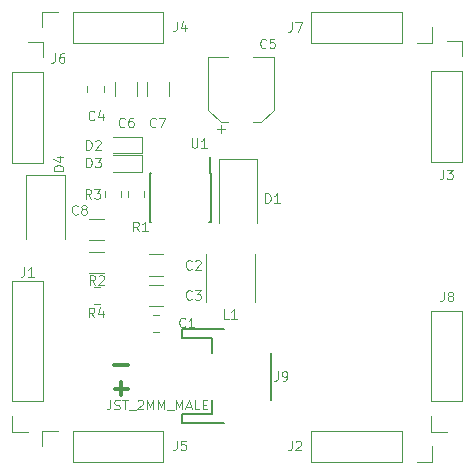
<source format=gto>
G04 #@! TF.GenerationSoftware,KiCad,Pcbnew,5.0.2-5.0.2*
G04 #@! TF.CreationDate,2019-03-07T18:12:43+01:00*
G04 #@! TF.ProjectId,battery-manager,62617474-6572-4792-9d6d-616e61676572,rev?*
G04 #@! TF.SameCoordinates,PX7270e00PY5f5e100*
G04 #@! TF.FileFunction,Legend,Top*
G04 #@! TF.FilePolarity,Positive*
%FSLAX46Y46*%
G04 Gerber Fmt 4.6, Leading zero omitted, Abs format (unit mm)*
G04 Created by KiCad (PCBNEW 5.0.2-5.0.2) date Do 07 Mär 2019 18:12:43 CET*
%MOMM*%
%LPD*%
G01*
G04 APERTURE LIST*
%ADD10C,0.300000*%
%ADD11C,0.120000*%
%ADD12C,0.203200*%
%ADD13C,0.150000*%
%ADD14C,0.100000*%
%ADD15R,1.902000X2.602000*%
%ADD16C,1.077000*%
%ADD17R,4.803140X1.201420*%
%ADD18R,3.601720X1.800860*%
%ADD19O,1.802000X1.802000*%
%ADD20R,1.802000X1.802000*%
%ADD21C,1.352000*%
%ADD22R,4.002000X1.302000*%
%ADD23C,0.952000*%
%ADD24C,1.702000*%
%ADD25R,2.452000X2.452000*%
%ADD26R,0.702000X1.652000*%
G04 APERTURE END LIST*
D10*
X8628571Y6142858D02*
X9771428Y6142858D01*
X9200000Y5571429D02*
X9200000Y6714286D01*
X8578571Y8142858D02*
X9721428Y8142858D01*
D11*
G04 #@! TO.C,D4*
X4450000Y24250000D02*
X1150000Y24250000D01*
X1150000Y24250000D02*
X1150000Y18850000D01*
X4450000Y24250000D02*
X4450000Y18850000D01*
G04 #@! TO.C,R4*
X6841422Y14760000D02*
X7358578Y14760000D01*
X6841422Y13340000D02*
X7358578Y13340000D01*
D12*
G04 #@! TO.C,J9*
X17874948Y11195902D02*
X14374828Y11195902D01*
X14374828Y11195902D02*
X14374828Y10395802D01*
X14374828Y10395802D02*
X16874188Y10395802D01*
X16874188Y10395802D02*
X16874188Y9196922D01*
X16874188Y5198962D02*
X16874188Y4000082D01*
X16874188Y4000082D02*
X14374828Y4000082D01*
X14374828Y4000082D02*
X14374828Y3199982D01*
X14374828Y3199982D02*
X17874948Y3199982D01*
X21872908Y5198962D02*
X21872908Y9196922D01*
D11*
G04 #@! TO.C,J8*
X36730000Y2480000D02*
X35400000Y2480000D01*
X35400000Y2480000D02*
X35400000Y3810000D01*
X35400000Y5080000D02*
X35400000Y12760000D01*
X38060000Y12760000D02*
X35400000Y12760000D01*
X38060000Y5080000D02*
X38060000Y12760000D01*
X38060000Y5080000D02*
X35400000Y5080000D01*
G04 #@! TO.C,J7*
X32920000Y38060000D02*
X32920000Y35400000D01*
X32920000Y38060000D02*
X25240000Y38060000D01*
X25240000Y38060000D02*
X25240000Y35400000D01*
X32920000Y35400000D02*
X25240000Y35400000D01*
X35520000Y35400000D02*
X34190000Y35400000D01*
X35520000Y36730000D02*
X35520000Y35400000D01*
G04 #@! TO.C,J2*
X32920000Y2600000D02*
X32920000Y-60000D01*
X32920000Y2600000D02*
X25240000Y2600000D01*
X25240000Y2600000D02*
X25240000Y-60000D01*
X32920000Y-60000D02*
X25240000Y-60000D01*
X35520000Y-60000D02*
X34190000Y-60000D01*
X35520000Y1270000D02*
X35520000Y-60000D01*
G04 #@! TO.C,J3*
X36730000Y35620000D02*
X38060000Y35620000D01*
X38060000Y35620000D02*
X38060000Y34290000D01*
X38060000Y33020000D02*
X38060000Y25340000D01*
X35400000Y25340000D02*
X38060000Y25340000D01*
X35400000Y33020000D02*
X35400000Y25340000D01*
X35400000Y33020000D02*
X38060000Y33020000D01*
G04 #@! TO.C,J5*
X5080000Y-60000D02*
X5080000Y2600000D01*
X5080000Y-60000D02*
X12760000Y-60000D01*
X12760000Y-60000D02*
X12760000Y2600000D01*
X5080000Y2600000D02*
X12760000Y2600000D01*
X2480000Y2600000D02*
X3810000Y2600000D01*
X2480000Y1270000D02*
X2480000Y2600000D01*
G04 #@! TO.C,J6*
X1270000Y35520000D02*
X2600000Y35520000D01*
X2600000Y35520000D02*
X2600000Y34190000D01*
X2600000Y32920000D02*
X2600000Y25240000D01*
X-60000Y25240000D02*
X2600000Y25240000D01*
X-60000Y32920000D02*
X-60000Y25240000D01*
X-60000Y32920000D02*
X2600000Y32920000D01*
G04 #@! TO.C,J4*
X5080000Y35400000D02*
X5080000Y38060000D01*
X5080000Y35400000D02*
X12760000Y35400000D01*
X12760000Y35400000D02*
X12760000Y38060000D01*
X5080000Y38060000D02*
X12760000Y38060000D01*
X2480000Y38060000D02*
X3810000Y38060000D01*
X2480000Y36730000D02*
X2480000Y38060000D01*
G04 #@! TO.C,C8*
X7686473Y20528714D02*
X6482345Y20528714D01*
X7686473Y18708714D02*
X6482345Y18708714D01*
G04 #@! TO.C,C7*
X13194409Y30916651D02*
X13194409Y32120779D01*
X11374409Y30916651D02*
X11374409Y32120779D01*
G04 #@! TO.C,C6*
X8674409Y30916650D02*
X8674409Y32120778D01*
X10494409Y30916650D02*
X10494409Y32120778D01*
G04 #@! TO.C,L1*
X20534409Y17518714D02*
X20534409Y13518714D01*
X16334409Y17518714D02*
X16334409Y13518714D01*
G04 #@! TO.C,D3*
X10969409Y25903715D02*
X8484409Y25903715D01*
X10969409Y24533715D02*
X10969409Y25903715D01*
X8484409Y24533715D02*
X10969409Y24533715D01*
G04 #@! TO.C,D2*
X8489408Y26078715D02*
X10974408Y26078715D01*
X10974408Y26078715D02*
X10974408Y27448715D01*
X10974408Y27448715D02*
X8489408Y27448715D01*
G04 #@! TO.C,R3*
X7774409Y22360136D02*
X7774409Y22877292D01*
X9194409Y22360136D02*
X9194409Y22877292D01*
G04 #@! TO.C,R2*
X7702064Y17760000D02*
X6497936Y17760000D01*
X7702064Y15940000D02*
X6497936Y15940000D01*
G04 #@! TO.C,C5*
X22083169Y34207942D02*
X20383169Y34207942D01*
X16563169Y34207942D02*
X18263169Y34207942D01*
X16563169Y29752379D02*
X16563169Y34207942D01*
X22083169Y29752379D02*
X22083169Y34207942D01*
X21018732Y28687942D02*
X20383169Y28687942D01*
X17627606Y28687942D02*
X18263169Y28687942D01*
X17627606Y28687942D02*
X16563169Y29752379D01*
X21018732Y28687942D02*
X22083169Y29752379D01*
X17638169Y27822942D02*
X17638169Y28447942D01*
X17325669Y28135442D02*
X17950669Y28135442D01*
G04 #@! TO.C,C4*
X6324409Y31260136D02*
X6324409Y31777292D01*
X7744409Y31260136D02*
X7744409Y31777292D01*
G04 #@! TO.C,C3*
X12709128Y14957942D02*
X11505000Y14957942D01*
X12709128Y13137942D02*
X11505000Y13137942D01*
G04 #@! TO.C,C2*
X12709128Y15716418D02*
X11505000Y15716418D01*
X12709128Y17536418D02*
X11505000Y17536418D01*
G04 #@! TO.C,R1*
X11144409Y22877291D02*
X11144409Y22360135D01*
X9724409Y22877291D02*
X9724409Y22360135D01*
G04 #@! TO.C,C1*
X12392987Y10937942D02*
X11875831Y10937942D01*
X12392987Y12357942D02*
X11875831Y12357942D01*
G04 #@! TO.C,J1*
X2600000Y5080000D02*
X-60000Y5080000D01*
X2600000Y5080000D02*
X2600000Y15300000D01*
X2600000Y15300000D02*
X-60000Y15300000D01*
X-60000Y5080000D02*
X-60000Y15300000D01*
X-60000Y2480000D02*
X-60000Y3810000D01*
X1270000Y2480000D02*
X-60000Y2480000D01*
G04 #@! TO.C,D1*
X20724930Y25616695D02*
X17424930Y25616695D01*
X17424930Y25616695D02*
X17424930Y20216695D01*
X20724930Y25616695D02*
X20724930Y20216695D01*
D13*
G04 #@! TO.C,U1*
X16699929Y24391695D02*
X16699929Y25791695D01*
X11599929Y24391695D02*
X11599929Y20241695D01*
X16749929Y24391695D02*
X16749929Y20241695D01*
X11599929Y24391695D02*
X11744929Y24391695D01*
X11599929Y20241695D02*
X11744929Y20241695D01*
X16749929Y20241695D02*
X16604929Y20241695D01*
X16749929Y24391695D02*
X16699929Y24391695D01*
G04 #@! TO.C,D4*
D14*
X4261904Y24609524D02*
X3461904Y24609524D01*
X3461904Y24800000D01*
X3500000Y24914286D01*
X3576190Y24990477D01*
X3652380Y25028572D01*
X3804761Y25066667D01*
X3919047Y25066667D01*
X4071428Y25028572D01*
X4147619Y24990477D01*
X4223809Y24914286D01*
X4261904Y24800000D01*
X4261904Y24609524D01*
X3728571Y25752381D02*
X4261904Y25752381D01*
X3423809Y25561905D02*
X3995238Y25371429D01*
X3995238Y25866667D01*
G04 #@! TO.C,R4*
X6916666Y12188096D02*
X6650000Y12569048D01*
X6459523Y12188096D02*
X6459523Y12988096D01*
X6764285Y12988096D01*
X6840476Y12950000D01*
X6878571Y12911905D01*
X6916666Y12835715D01*
X6916666Y12721429D01*
X6878571Y12645239D01*
X6840476Y12607143D01*
X6764285Y12569048D01*
X6459523Y12569048D01*
X7602380Y12721429D02*
X7602380Y12188096D01*
X7411904Y13026191D02*
X7221428Y12454762D01*
X7716666Y12454762D01*
G04 #@! TO.C,J9*
D11*
X22456501Y7636038D02*
X22456501Y7064609D01*
X22418406Y6950323D01*
X22342215Y6874133D01*
X22227929Y6836038D01*
X22151739Y6836038D01*
X22875548Y6836038D02*
X23027929Y6836038D01*
X23104120Y6874133D01*
X23142215Y6912228D01*
X23218406Y7026514D01*
X23256501Y7178895D01*
X23256501Y7483657D01*
X23218406Y7559847D01*
X23180310Y7597942D01*
X23104120Y7636038D01*
X22951739Y7636038D01*
X22875548Y7597942D01*
X22837453Y7559847D01*
X22799358Y7483657D01*
X22799358Y7293181D01*
X22837453Y7216990D01*
X22875548Y7178895D01*
X22951739Y7140800D01*
X23104120Y7140800D01*
X23180310Y7178895D01*
X23218406Y7216990D01*
X23256501Y7293181D01*
X8261263Y5186038D02*
X8261263Y4614609D01*
X8223168Y4500323D01*
X8146977Y4424133D01*
X8032691Y4386038D01*
X7956501Y4386038D01*
X8604120Y4424133D02*
X8718406Y4386038D01*
X8908882Y4386038D01*
X8985072Y4424133D01*
X9023168Y4462228D01*
X9061263Y4538419D01*
X9061263Y4614609D01*
X9023168Y4690800D01*
X8985072Y4728895D01*
X8908882Y4766990D01*
X8756501Y4805085D01*
X8680310Y4843181D01*
X8642215Y4881276D01*
X8604120Y4957466D01*
X8604120Y5033657D01*
X8642215Y5109847D01*
X8680310Y5147942D01*
X8756501Y5186038D01*
X8946977Y5186038D01*
X9061263Y5147942D01*
X9289834Y5186038D02*
X9746977Y5186038D01*
X9518406Y4386038D02*
X9518406Y5186038D01*
X9823168Y4309847D02*
X10432691Y4309847D01*
X10585072Y5109847D02*
X10623168Y5147942D01*
X10699358Y5186038D01*
X10889834Y5186038D01*
X10966025Y5147942D01*
X11004120Y5109847D01*
X11042215Y5033657D01*
X11042215Y4957466D01*
X11004120Y4843181D01*
X10546977Y4386038D01*
X11042215Y4386038D01*
X11385072Y4386038D02*
X11385072Y5186038D01*
X11651739Y4614609D01*
X11918406Y5186038D01*
X11918406Y4386038D01*
X12299358Y4386038D02*
X12299358Y5186038D01*
X12566025Y4614609D01*
X12832691Y5186038D01*
X12832691Y4386038D01*
X13023168Y4309847D02*
X13632691Y4309847D01*
X13823168Y4386038D02*
X13823168Y5186038D01*
X14089834Y4614609D01*
X14356501Y5186038D01*
X14356501Y4386038D01*
X14699358Y4614609D02*
X15080310Y4614609D01*
X14623168Y4386038D02*
X14889834Y5186038D01*
X15156501Y4386038D01*
X15804120Y4386038D02*
X15423168Y4386038D01*
X15423168Y5186038D01*
X16070787Y4805085D02*
X16337453Y4805085D01*
X16451739Y4386038D02*
X16070787Y4386038D01*
X16070787Y5186038D01*
X16451739Y5186038D01*
G04 #@! TO.C,J8*
X36483333Y14338096D02*
X36483333Y13766667D01*
X36445238Y13652381D01*
X36369047Y13576191D01*
X36254761Y13538096D01*
X36178571Y13538096D01*
X36978571Y13995239D02*
X36902380Y14033334D01*
X36864285Y14071429D01*
X36826190Y14147620D01*
X36826190Y14185715D01*
X36864285Y14261905D01*
X36902380Y14300000D01*
X36978571Y14338096D01*
X37130952Y14338096D01*
X37207142Y14300000D01*
X37245238Y14261905D01*
X37283333Y14185715D01*
X37283333Y14147620D01*
X37245238Y14071429D01*
X37207142Y14033334D01*
X37130952Y13995239D01*
X36978571Y13995239D01*
X36902380Y13957143D01*
X36864285Y13919048D01*
X36826190Y13842858D01*
X36826190Y13690477D01*
X36864285Y13614286D01*
X36902380Y13576191D01*
X36978571Y13538096D01*
X37130952Y13538096D01*
X37207142Y13576191D01*
X37245238Y13614286D01*
X37283333Y13690477D01*
X37283333Y13842858D01*
X37245238Y13919048D01*
X37207142Y13957143D01*
X37130952Y13995239D01*
G04 #@! TO.C,J7*
X23633333Y37168096D02*
X23633333Y36596667D01*
X23595238Y36482381D01*
X23519047Y36406191D01*
X23404761Y36368096D01*
X23328571Y36368096D01*
X23938095Y37168096D02*
X24471428Y37168096D01*
X24128571Y36368096D01*
G04 #@! TO.C,J2*
X23633333Y1728096D02*
X23633333Y1156667D01*
X23595238Y1042381D01*
X23519047Y966191D01*
X23404761Y928096D01*
X23328571Y928096D01*
X23976190Y1651905D02*
X24014285Y1690000D01*
X24090476Y1728096D01*
X24280952Y1728096D01*
X24357142Y1690000D01*
X24395238Y1651905D01*
X24433333Y1575715D01*
X24433333Y1499524D01*
X24395238Y1385239D01*
X23938095Y928096D01*
X24433333Y928096D01*
G04 #@! TO.C,J3*
X36443333Y24688096D02*
X36443333Y24116667D01*
X36405238Y24002381D01*
X36329047Y23926191D01*
X36214761Y23888096D01*
X36138571Y23888096D01*
X36748095Y24688096D02*
X37243333Y24688096D01*
X36976666Y24383334D01*
X37090952Y24383334D01*
X37167142Y24345239D01*
X37205238Y24307143D01*
X37243333Y24230953D01*
X37243333Y24040477D01*
X37205238Y23964286D01*
X37167142Y23926191D01*
X37090952Y23888096D01*
X36862380Y23888096D01*
X36786190Y23926191D01*
X36748095Y23964286D01*
G04 #@! TO.C,J5*
X13883333Y1728096D02*
X13883333Y1156667D01*
X13845238Y1042381D01*
X13769047Y966191D01*
X13654761Y928096D01*
X13578571Y928096D01*
X14645238Y1728096D02*
X14264285Y1728096D01*
X14226190Y1347143D01*
X14264285Y1385239D01*
X14340476Y1423334D01*
X14530952Y1423334D01*
X14607142Y1385239D01*
X14645238Y1347143D01*
X14683333Y1270953D01*
X14683333Y1080477D01*
X14645238Y1004286D01*
X14607142Y966191D01*
X14530952Y928096D01*
X14340476Y928096D01*
X14264285Y966191D01*
X14226190Y1004286D01*
G04 #@! TO.C,J6*
X3583333Y34538096D02*
X3583333Y33966667D01*
X3545238Y33852381D01*
X3469047Y33776191D01*
X3354761Y33738096D01*
X3278571Y33738096D01*
X4307142Y34538096D02*
X4154761Y34538096D01*
X4078571Y34500000D01*
X4040476Y34461905D01*
X3964285Y34347620D01*
X3926190Y34195239D01*
X3926190Y33890477D01*
X3964285Y33814286D01*
X4002380Y33776191D01*
X4078571Y33738096D01*
X4230952Y33738096D01*
X4307142Y33776191D01*
X4345238Y33814286D01*
X4383333Y33890477D01*
X4383333Y34080953D01*
X4345238Y34157143D01*
X4307142Y34195239D01*
X4230952Y34233334D01*
X4078571Y34233334D01*
X4002380Y34195239D01*
X3964285Y34157143D01*
X3926190Y34080953D01*
G04 #@! TO.C,J4*
X13883333Y37198096D02*
X13883333Y36626667D01*
X13845238Y36512381D01*
X13769047Y36436191D01*
X13654761Y36398096D01*
X13578571Y36398096D01*
X14607142Y36931429D02*
X14607142Y36398096D01*
X14416666Y37236191D02*
X14226190Y36664762D01*
X14721428Y36664762D01*
G04 #@! TO.C,C8*
X5516666Y20964286D02*
X5478571Y20926191D01*
X5364285Y20888096D01*
X5288095Y20888096D01*
X5173809Y20926191D01*
X5097619Y21002381D01*
X5059523Y21078572D01*
X5021428Y21230953D01*
X5021428Y21345239D01*
X5059523Y21497620D01*
X5097619Y21573810D01*
X5173809Y21650000D01*
X5288095Y21688096D01*
X5364285Y21688096D01*
X5478571Y21650000D01*
X5516666Y21611905D01*
X5973809Y21345239D02*
X5897619Y21383334D01*
X5859523Y21421429D01*
X5821428Y21497620D01*
X5821428Y21535715D01*
X5859523Y21611905D01*
X5897619Y21650000D01*
X5973809Y21688096D01*
X6126190Y21688096D01*
X6202380Y21650000D01*
X6240476Y21611905D01*
X6278571Y21535715D01*
X6278571Y21497620D01*
X6240476Y21421429D01*
X6202380Y21383334D01*
X6126190Y21345239D01*
X5973809Y21345239D01*
X5897619Y21307143D01*
X5859523Y21269048D01*
X5821428Y21192858D01*
X5821428Y21040477D01*
X5859523Y20964286D01*
X5897619Y20926191D01*
X5973809Y20888096D01*
X6126190Y20888096D01*
X6202380Y20926191D01*
X6240476Y20964286D01*
X6278571Y21040477D01*
X6278571Y21192858D01*
X6240476Y21269048D01*
X6202380Y21307143D01*
X6126190Y21345239D01*
G04 #@! TO.C,C7*
X12116666Y28364286D02*
X12078571Y28326191D01*
X11964285Y28288096D01*
X11888095Y28288096D01*
X11773809Y28326191D01*
X11697619Y28402381D01*
X11659523Y28478572D01*
X11621428Y28630953D01*
X11621428Y28745239D01*
X11659523Y28897620D01*
X11697619Y28973810D01*
X11773809Y29050000D01*
X11888095Y29088096D01*
X11964285Y29088096D01*
X12078571Y29050000D01*
X12116666Y29011905D01*
X12383333Y29088096D02*
X12916666Y29088096D01*
X12573809Y28288096D01*
G04 #@! TO.C,C6*
X9466666Y28364286D02*
X9428571Y28326191D01*
X9314285Y28288096D01*
X9238095Y28288096D01*
X9123809Y28326191D01*
X9047619Y28402381D01*
X9009523Y28478572D01*
X8971428Y28630953D01*
X8971428Y28745239D01*
X9009523Y28897620D01*
X9047619Y28973810D01*
X9123809Y29050000D01*
X9238095Y29088096D01*
X9314285Y29088096D01*
X9428571Y29050000D01*
X9466666Y29011905D01*
X10152380Y29088096D02*
X10000000Y29088096D01*
X9923809Y29050000D01*
X9885714Y29011905D01*
X9809523Y28897620D01*
X9771428Y28745239D01*
X9771428Y28440477D01*
X9809523Y28364286D01*
X9847619Y28326191D01*
X9923809Y28288096D01*
X10076190Y28288096D01*
X10152380Y28326191D01*
X10190476Y28364286D01*
X10228571Y28440477D01*
X10228571Y28630953D01*
X10190476Y28707143D01*
X10152380Y28745239D01*
X10076190Y28783334D01*
X9923809Y28783334D01*
X9847619Y28745239D01*
X9809523Y28707143D01*
X9771428Y28630953D01*
G04 #@! TO.C,L1*
X18289835Y12086038D02*
X17908883Y12086038D01*
X17908883Y12886038D01*
X18975549Y12086038D02*
X18518407Y12086038D01*
X18746978Y12086038D02*
X18746978Y12886038D01*
X18670788Y12771752D01*
X18594597Y12695562D01*
X18518407Y12657466D01*
G04 #@! TO.C,D3*
X6232692Y24886039D02*
X6232692Y25686039D01*
X6423169Y25686039D01*
X6537454Y25647943D01*
X6613645Y25571753D01*
X6651740Y25495563D01*
X6689835Y25343182D01*
X6689835Y25228896D01*
X6651740Y25076515D01*
X6613645Y25000324D01*
X6537454Y24924134D01*
X6423169Y24886039D01*
X6232692Y24886039D01*
X6956502Y25686039D02*
X7451740Y25686039D01*
X7185073Y25381277D01*
X7299359Y25381277D01*
X7375549Y25343182D01*
X7413645Y25305086D01*
X7451740Y25228896D01*
X7451740Y25038420D01*
X7413645Y24962229D01*
X7375549Y24924134D01*
X7299359Y24886039D01*
X7070788Y24886039D01*
X6994597Y24924134D01*
X6956502Y24962229D01*
G04 #@! TO.C,D2*
X6232692Y26386038D02*
X6232692Y27186038D01*
X6423169Y27186038D01*
X6537454Y27147942D01*
X6613645Y27071752D01*
X6651740Y26995562D01*
X6689835Y26843181D01*
X6689835Y26728895D01*
X6651740Y26576514D01*
X6613645Y26500323D01*
X6537454Y26424133D01*
X6423169Y26386038D01*
X6232692Y26386038D01*
X6994597Y27109847D02*
X7032692Y27147942D01*
X7108883Y27186038D01*
X7299359Y27186038D01*
X7375549Y27147942D01*
X7413645Y27109847D01*
X7451740Y27033657D01*
X7451740Y26957466D01*
X7413645Y26843181D01*
X6956502Y26386038D01*
X7451740Y26386038D01*
G04 #@! TO.C,R3*
X6639835Y22236038D02*
X6373169Y22616990D01*
X6182692Y22236038D02*
X6182692Y23036038D01*
X6487454Y23036038D01*
X6563645Y22997942D01*
X6601740Y22959847D01*
X6639835Y22883657D01*
X6639835Y22769371D01*
X6601740Y22693181D01*
X6563645Y22655085D01*
X6487454Y22616990D01*
X6182692Y22616990D01*
X6906502Y23036038D02*
X7401740Y23036038D01*
X7135073Y22731276D01*
X7249359Y22731276D01*
X7325549Y22693181D01*
X7363645Y22655085D01*
X7401740Y22578895D01*
X7401740Y22388419D01*
X7363645Y22312228D01*
X7325549Y22274133D01*
X7249359Y22236038D01*
X7020788Y22236038D01*
X6944597Y22274133D01*
X6906502Y22312228D01*
G04 #@! TO.C,R2*
D14*
X6966666Y14938096D02*
X6700000Y15319048D01*
X6509523Y14938096D02*
X6509523Y15738096D01*
X6814285Y15738096D01*
X6890476Y15700000D01*
X6928571Y15661905D01*
X6966666Y15585715D01*
X6966666Y15471429D01*
X6928571Y15395239D01*
X6890476Y15357143D01*
X6814285Y15319048D01*
X6509523Y15319048D01*
X7271428Y15661905D02*
X7309523Y15700000D01*
X7385714Y15738096D01*
X7576190Y15738096D01*
X7652380Y15700000D01*
X7690476Y15661905D01*
X7728571Y15585715D01*
X7728571Y15509524D01*
X7690476Y15395239D01*
X7233333Y14938096D01*
X7728571Y14938096D01*
G04 #@! TO.C,C5*
D11*
X21439835Y35062228D02*
X21401740Y35024133D01*
X21287454Y34986038D01*
X21211264Y34986038D01*
X21096978Y35024133D01*
X21020788Y35100323D01*
X20982692Y35176514D01*
X20944597Y35328895D01*
X20944597Y35443181D01*
X20982692Y35595562D01*
X21020788Y35671752D01*
X21096978Y35747942D01*
X21211264Y35786038D01*
X21287454Y35786038D01*
X21401740Y35747942D01*
X21439835Y35709847D01*
X22163645Y35786038D02*
X21782692Y35786038D01*
X21744597Y35405085D01*
X21782692Y35443181D01*
X21858883Y35481276D01*
X22049359Y35481276D01*
X22125549Y35443181D01*
X22163645Y35405085D01*
X22201740Y35328895D01*
X22201740Y35138419D01*
X22163645Y35062228D01*
X22125549Y35024133D01*
X22049359Y34986038D01*
X21858883Y34986038D01*
X21782692Y35024133D01*
X21744597Y35062228D01*
G04 #@! TO.C,C4*
X6916666Y28964286D02*
X6878571Y28926191D01*
X6764285Y28888096D01*
X6688095Y28888096D01*
X6573809Y28926191D01*
X6497619Y29002381D01*
X6459523Y29078572D01*
X6421428Y29230953D01*
X6421428Y29345239D01*
X6459523Y29497620D01*
X6497619Y29573810D01*
X6573809Y29650000D01*
X6688095Y29688096D01*
X6764285Y29688096D01*
X6878571Y29650000D01*
X6916666Y29611905D01*
X7602380Y29421429D02*
X7602380Y28888096D01*
X7411904Y29726191D02*
X7221428Y29154762D01*
X7716666Y29154762D01*
G04 #@! TO.C,C3*
X15139835Y13762228D02*
X15101740Y13724133D01*
X14987454Y13686038D01*
X14911264Y13686038D01*
X14796978Y13724133D01*
X14720788Y13800323D01*
X14682692Y13876514D01*
X14644597Y14028895D01*
X14644597Y14143181D01*
X14682692Y14295562D01*
X14720788Y14371752D01*
X14796978Y14447942D01*
X14911264Y14486038D01*
X14987454Y14486038D01*
X15101740Y14447942D01*
X15139835Y14409847D01*
X15406502Y14486038D02*
X15901740Y14486038D01*
X15635073Y14181276D01*
X15749359Y14181276D01*
X15825549Y14143181D01*
X15863645Y14105085D01*
X15901740Y14028895D01*
X15901740Y13838419D01*
X15863645Y13762228D01*
X15825549Y13724133D01*
X15749359Y13686038D01*
X15520788Y13686038D01*
X15444597Y13724133D01*
X15406502Y13762228D01*
G04 #@! TO.C,C2*
X15139835Y16312228D02*
X15101740Y16274133D01*
X14987454Y16236038D01*
X14911264Y16236038D01*
X14796978Y16274133D01*
X14720788Y16350323D01*
X14682692Y16426514D01*
X14644597Y16578895D01*
X14644597Y16693181D01*
X14682692Y16845562D01*
X14720788Y16921752D01*
X14796978Y16997942D01*
X14911264Y17036038D01*
X14987454Y17036038D01*
X15101740Y16997942D01*
X15139835Y16959847D01*
X15444597Y16959847D02*
X15482692Y16997942D01*
X15558883Y17036038D01*
X15749359Y17036038D01*
X15825549Y16997942D01*
X15863645Y16959847D01*
X15901740Y16883657D01*
X15901740Y16807466D01*
X15863645Y16693181D01*
X15406502Y16236038D01*
X15901740Y16236038D01*
G04 #@! TO.C,R1*
X10666666Y19488096D02*
X10400000Y19869048D01*
X10209523Y19488096D02*
X10209523Y20288096D01*
X10514285Y20288096D01*
X10590476Y20250000D01*
X10628571Y20211905D01*
X10666666Y20135715D01*
X10666666Y20021429D01*
X10628571Y19945239D01*
X10590476Y19907143D01*
X10514285Y19869048D01*
X10209523Y19869048D01*
X11428571Y19488096D02*
X10971428Y19488096D01*
X11200000Y19488096D02*
X11200000Y20288096D01*
X11123809Y20173810D01*
X11047619Y20097620D01*
X10971428Y20059524D01*
G04 #@! TO.C,C1*
X14589835Y11412228D02*
X14551740Y11374133D01*
X14437454Y11336038D01*
X14361264Y11336038D01*
X14246978Y11374133D01*
X14170788Y11450323D01*
X14132692Y11526514D01*
X14094597Y11678895D01*
X14094597Y11793181D01*
X14132692Y11945562D01*
X14170788Y12021752D01*
X14246978Y12097942D01*
X14361264Y12136038D01*
X14437454Y12136038D01*
X14551740Y12097942D01*
X14589835Y12059847D01*
X15351740Y11336038D02*
X14894597Y11336038D01*
X15123169Y11336038D02*
X15123169Y12136038D01*
X15046978Y12021752D01*
X14970788Y11945562D01*
X14894597Y11907466D01*
G04 #@! TO.C,J1*
X983333Y16438096D02*
X983333Y15866667D01*
X945238Y15752381D01*
X869047Y15676191D01*
X754761Y15638096D01*
X678571Y15638096D01*
X1783333Y15638096D02*
X1326190Y15638096D01*
X1554761Y15638096D02*
X1554761Y16438096D01*
X1478571Y16323810D01*
X1402380Y16247620D01*
X1326190Y16209524D01*
G04 #@! TO.C,D1*
X21382692Y21886038D02*
X21382692Y22686038D01*
X21573169Y22686038D01*
X21687454Y22647942D01*
X21763645Y22571752D01*
X21801740Y22495562D01*
X21839835Y22343181D01*
X21839835Y22228895D01*
X21801740Y22076514D01*
X21763645Y22000323D01*
X21687454Y21924133D01*
X21573169Y21886038D01*
X21382692Y21886038D01*
X22601740Y21886038D02*
X22144597Y21886038D01*
X22373169Y21886038D02*
X22373169Y22686038D01*
X22296978Y22571752D01*
X22220788Y22495562D01*
X22144597Y22457466D01*
G04 #@! TO.C,U1*
X15163645Y27336038D02*
X15163645Y26688419D01*
X15201740Y26612228D01*
X15239835Y26574133D01*
X15316026Y26536038D01*
X15468407Y26536038D01*
X15544597Y26574133D01*
X15582692Y26612228D01*
X15620788Y26688419D01*
X15620788Y27336038D01*
X16420788Y26536038D02*
X15963645Y26536038D01*
X16192216Y26536038D02*
X16192216Y27336038D01*
X16116026Y27221752D01*
X16039835Y27145562D01*
X15963645Y27107466D01*
G04 #@! TD*
%LPC*%
D15*
G04 #@! TO.C,D4*
X2800000Y22850000D03*
X2800000Y18850000D03*
G04 #@! TD*
D14*
G04 #@! TO.C,R4*
G36*
X6458141Y14799703D02*
X6484278Y14795826D01*
X6509909Y14789406D01*
X6534788Y14780505D01*
X6558674Y14769207D01*
X6581337Y14755623D01*
X6602560Y14739883D01*
X6622139Y14722139D01*
X6639883Y14702560D01*
X6655623Y14681337D01*
X6669207Y14658674D01*
X6680505Y14634788D01*
X6689406Y14609909D01*
X6695826Y14584278D01*
X6699703Y14558141D01*
X6701000Y14531750D01*
X6701000Y13568250D01*
X6699703Y13541859D01*
X6695826Y13515722D01*
X6689406Y13490091D01*
X6680505Y13465212D01*
X6669207Y13441326D01*
X6655623Y13418663D01*
X6639883Y13397440D01*
X6622139Y13377861D01*
X6602560Y13360117D01*
X6581337Y13344377D01*
X6558674Y13330793D01*
X6534788Y13319495D01*
X6509909Y13310594D01*
X6484278Y13304174D01*
X6458141Y13300297D01*
X6431750Y13299000D01*
X5893250Y13299000D01*
X5866859Y13300297D01*
X5840722Y13304174D01*
X5815091Y13310594D01*
X5790212Y13319495D01*
X5766326Y13330793D01*
X5743663Y13344377D01*
X5722440Y13360117D01*
X5702861Y13377861D01*
X5685117Y13397440D01*
X5669377Y13418663D01*
X5655793Y13441326D01*
X5644495Y13465212D01*
X5635594Y13490091D01*
X5629174Y13515722D01*
X5625297Y13541859D01*
X5624000Y13568250D01*
X5624000Y14531750D01*
X5625297Y14558141D01*
X5629174Y14584278D01*
X5635594Y14609909D01*
X5644495Y14634788D01*
X5655793Y14658674D01*
X5669377Y14681337D01*
X5685117Y14702560D01*
X5702861Y14722139D01*
X5722440Y14739883D01*
X5743663Y14755623D01*
X5766326Y14769207D01*
X5790212Y14780505D01*
X5815091Y14789406D01*
X5840722Y14795826D01*
X5866859Y14799703D01*
X5893250Y14801000D01*
X6431750Y14801000D01*
X6458141Y14799703D01*
X6458141Y14799703D01*
G37*
D16*
X6162500Y14050000D03*
D14*
G36*
X8333141Y14799703D02*
X8359278Y14795826D01*
X8384909Y14789406D01*
X8409788Y14780505D01*
X8433674Y14769207D01*
X8456337Y14755623D01*
X8477560Y14739883D01*
X8497139Y14722139D01*
X8514883Y14702560D01*
X8530623Y14681337D01*
X8544207Y14658674D01*
X8555505Y14634788D01*
X8564406Y14609909D01*
X8570826Y14584278D01*
X8574703Y14558141D01*
X8576000Y14531750D01*
X8576000Y13568250D01*
X8574703Y13541859D01*
X8570826Y13515722D01*
X8564406Y13490091D01*
X8555505Y13465212D01*
X8544207Y13441326D01*
X8530623Y13418663D01*
X8514883Y13397440D01*
X8497139Y13377861D01*
X8477560Y13360117D01*
X8456337Y13344377D01*
X8433674Y13330793D01*
X8409788Y13319495D01*
X8384909Y13310594D01*
X8359278Y13304174D01*
X8333141Y13300297D01*
X8306750Y13299000D01*
X7768250Y13299000D01*
X7741859Y13300297D01*
X7715722Y13304174D01*
X7690091Y13310594D01*
X7665212Y13319495D01*
X7641326Y13330793D01*
X7618663Y13344377D01*
X7597440Y13360117D01*
X7577861Y13377861D01*
X7560117Y13397440D01*
X7544377Y13418663D01*
X7530793Y13441326D01*
X7519495Y13465212D01*
X7510594Y13490091D01*
X7504174Y13515722D01*
X7500297Y13541859D01*
X7499000Y13568250D01*
X7499000Y14531750D01*
X7500297Y14558141D01*
X7504174Y14584278D01*
X7510594Y14609909D01*
X7519495Y14634788D01*
X7530793Y14658674D01*
X7544377Y14681337D01*
X7560117Y14702560D01*
X7577861Y14722139D01*
X7597440Y14739883D01*
X7618663Y14755623D01*
X7641326Y14769207D01*
X7665212Y14780505D01*
X7690091Y14789406D01*
X7715722Y14795826D01*
X7741859Y14799703D01*
X7768250Y14801000D01*
X8306750Y14801000D01*
X8333141Y14799703D01*
X8333141Y14799703D01*
G37*
D16*
X8037500Y14050000D03*
G04 #@! TD*
D17*
G04 #@! TO.C,J9*
X15174928Y8196162D03*
X15174928Y6199722D03*
D18*
X20371768Y10596462D03*
X20371768Y3799422D03*
G04 #@! TD*
D19*
G04 #@! TO.C,J8*
X36730000Y11430000D03*
X36730000Y8890000D03*
X36730000Y6350000D03*
D20*
X36730000Y3810000D03*
G04 #@! TD*
G04 #@! TO.C,J7*
X34190000Y36730000D03*
D19*
X31650000Y36730000D03*
X29110000Y36730000D03*
X26570000Y36730000D03*
G04 #@! TD*
D20*
G04 #@! TO.C,J2*
X34190000Y1270000D03*
D19*
X31650000Y1270000D03*
X29110000Y1270000D03*
X26570000Y1270000D03*
G04 #@! TD*
G04 #@! TO.C,J3*
X36730000Y26670000D03*
X36730000Y29210000D03*
X36730000Y31750000D03*
D20*
X36730000Y34290000D03*
G04 #@! TD*
G04 #@! TO.C,J5*
X3810000Y1270000D03*
D19*
X6350000Y1270000D03*
X8890000Y1270000D03*
X11430000Y1270000D03*
G04 #@! TD*
G04 #@! TO.C,J6*
X1270000Y26570000D03*
X1270000Y29110000D03*
X1270000Y31650000D03*
D20*
X1270000Y34190000D03*
G04 #@! TD*
G04 #@! TO.C,J4*
X3810000Y36730000D03*
D19*
X6350000Y36730000D03*
X8890000Y36730000D03*
X11430000Y36730000D03*
G04 #@! TD*
D14*
G04 #@! TO.C,C8*
G36*
X6116513Y20543412D02*
X6142761Y20539518D01*
X6168502Y20533071D01*
X6193487Y20524131D01*
X6217475Y20512786D01*
X6240235Y20499143D01*
X6261549Y20483336D01*
X6281211Y20465516D01*
X6299031Y20445854D01*
X6314838Y20424540D01*
X6328481Y20401780D01*
X6339826Y20377792D01*
X6348766Y20352807D01*
X6355213Y20327066D01*
X6359107Y20300818D01*
X6360409Y20274314D01*
X6360409Y18963114D01*
X6359107Y18936610D01*
X6355213Y18910362D01*
X6348766Y18884621D01*
X6339826Y18859636D01*
X6328481Y18835648D01*
X6314838Y18812888D01*
X6299031Y18791574D01*
X6281211Y18771912D01*
X6261549Y18754092D01*
X6240235Y18738285D01*
X6217475Y18724642D01*
X6193487Y18713297D01*
X6168502Y18704357D01*
X6142761Y18697910D01*
X6116513Y18694016D01*
X6090009Y18692714D01*
X5278809Y18692714D01*
X5252305Y18694016D01*
X5226057Y18697910D01*
X5200316Y18704357D01*
X5175331Y18713297D01*
X5151343Y18724642D01*
X5128583Y18738285D01*
X5107269Y18754092D01*
X5087607Y18771912D01*
X5069787Y18791574D01*
X5053980Y18812888D01*
X5040337Y18835648D01*
X5028992Y18859636D01*
X5020052Y18884621D01*
X5013605Y18910362D01*
X5009711Y18936610D01*
X5008409Y18963114D01*
X5008409Y20274314D01*
X5009711Y20300818D01*
X5013605Y20327066D01*
X5020052Y20352807D01*
X5028992Y20377792D01*
X5040337Y20401780D01*
X5053980Y20424540D01*
X5069787Y20445854D01*
X5087607Y20465516D01*
X5107269Y20483336D01*
X5128583Y20499143D01*
X5151343Y20512786D01*
X5175331Y20524131D01*
X5200316Y20533071D01*
X5226057Y20539518D01*
X5252305Y20543412D01*
X5278809Y20544714D01*
X6090009Y20544714D01*
X6116513Y20543412D01*
X6116513Y20543412D01*
G37*
D21*
X5684409Y19618714D03*
D14*
G36*
X8916513Y20543412D02*
X8942761Y20539518D01*
X8968502Y20533071D01*
X8993487Y20524131D01*
X9017475Y20512786D01*
X9040235Y20499143D01*
X9061549Y20483336D01*
X9081211Y20465516D01*
X9099031Y20445854D01*
X9114838Y20424540D01*
X9128481Y20401780D01*
X9139826Y20377792D01*
X9148766Y20352807D01*
X9155213Y20327066D01*
X9159107Y20300818D01*
X9160409Y20274314D01*
X9160409Y18963114D01*
X9159107Y18936610D01*
X9155213Y18910362D01*
X9148766Y18884621D01*
X9139826Y18859636D01*
X9128481Y18835648D01*
X9114838Y18812888D01*
X9099031Y18791574D01*
X9081211Y18771912D01*
X9061549Y18754092D01*
X9040235Y18738285D01*
X9017475Y18724642D01*
X8993487Y18713297D01*
X8968502Y18704357D01*
X8942761Y18697910D01*
X8916513Y18694016D01*
X8890009Y18692714D01*
X8078809Y18692714D01*
X8052305Y18694016D01*
X8026057Y18697910D01*
X8000316Y18704357D01*
X7975331Y18713297D01*
X7951343Y18724642D01*
X7928583Y18738285D01*
X7907269Y18754092D01*
X7887607Y18771912D01*
X7869787Y18791574D01*
X7853980Y18812888D01*
X7840337Y18835648D01*
X7828992Y18859636D01*
X7820052Y18884621D01*
X7813605Y18910362D01*
X7809711Y18936610D01*
X7808409Y18963114D01*
X7808409Y20274314D01*
X7809711Y20300818D01*
X7813605Y20327066D01*
X7820052Y20352807D01*
X7828992Y20377792D01*
X7840337Y20401780D01*
X7853980Y20424540D01*
X7869787Y20445854D01*
X7887607Y20465516D01*
X7907269Y20483336D01*
X7928583Y20499143D01*
X7951343Y20512786D01*
X7975331Y20524131D01*
X8000316Y20533071D01*
X8026057Y20539518D01*
X8052305Y20543412D01*
X8078809Y20544714D01*
X8890009Y20544714D01*
X8916513Y20543412D01*
X8916513Y20543412D01*
G37*
D21*
X8484409Y19618714D03*
G04 #@! TD*
D14*
G04 #@! TO.C,C7*
G36*
X12966513Y33593413D02*
X12992761Y33589519D01*
X13018502Y33583072D01*
X13043487Y33574132D01*
X13067475Y33562787D01*
X13090235Y33549144D01*
X13111549Y33533337D01*
X13131211Y33515517D01*
X13149031Y33495855D01*
X13164838Y33474541D01*
X13178481Y33451781D01*
X13189826Y33427793D01*
X13198766Y33402808D01*
X13205213Y33377067D01*
X13209107Y33350819D01*
X13210409Y33324315D01*
X13210409Y32513115D01*
X13209107Y32486611D01*
X13205213Y32460363D01*
X13198766Y32434622D01*
X13189826Y32409637D01*
X13178481Y32385649D01*
X13164838Y32362889D01*
X13149031Y32341575D01*
X13131211Y32321913D01*
X13111549Y32304093D01*
X13090235Y32288286D01*
X13067475Y32274643D01*
X13043487Y32263298D01*
X13018502Y32254358D01*
X12992761Y32247911D01*
X12966513Y32244017D01*
X12940009Y32242715D01*
X11628809Y32242715D01*
X11602305Y32244017D01*
X11576057Y32247911D01*
X11550316Y32254358D01*
X11525331Y32263298D01*
X11501343Y32274643D01*
X11478583Y32288286D01*
X11457269Y32304093D01*
X11437607Y32321913D01*
X11419787Y32341575D01*
X11403980Y32362889D01*
X11390337Y32385649D01*
X11378992Y32409637D01*
X11370052Y32434622D01*
X11363605Y32460363D01*
X11359711Y32486611D01*
X11358409Y32513115D01*
X11358409Y33324315D01*
X11359711Y33350819D01*
X11363605Y33377067D01*
X11370052Y33402808D01*
X11378992Y33427793D01*
X11390337Y33451781D01*
X11403980Y33474541D01*
X11419787Y33495855D01*
X11437607Y33515517D01*
X11457269Y33533337D01*
X11478583Y33549144D01*
X11501343Y33562787D01*
X11525331Y33574132D01*
X11550316Y33583072D01*
X11576057Y33589519D01*
X11602305Y33593413D01*
X11628809Y33594715D01*
X12940009Y33594715D01*
X12966513Y33593413D01*
X12966513Y33593413D01*
G37*
D21*
X12284409Y32918715D03*
D14*
G36*
X12966513Y30793413D02*
X12992761Y30789519D01*
X13018502Y30783072D01*
X13043487Y30774132D01*
X13067475Y30762787D01*
X13090235Y30749144D01*
X13111549Y30733337D01*
X13131211Y30715517D01*
X13149031Y30695855D01*
X13164838Y30674541D01*
X13178481Y30651781D01*
X13189826Y30627793D01*
X13198766Y30602808D01*
X13205213Y30577067D01*
X13209107Y30550819D01*
X13210409Y30524315D01*
X13210409Y29713115D01*
X13209107Y29686611D01*
X13205213Y29660363D01*
X13198766Y29634622D01*
X13189826Y29609637D01*
X13178481Y29585649D01*
X13164838Y29562889D01*
X13149031Y29541575D01*
X13131211Y29521913D01*
X13111549Y29504093D01*
X13090235Y29488286D01*
X13067475Y29474643D01*
X13043487Y29463298D01*
X13018502Y29454358D01*
X12992761Y29447911D01*
X12966513Y29444017D01*
X12940009Y29442715D01*
X11628809Y29442715D01*
X11602305Y29444017D01*
X11576057Y29447911D01*
X11550316Y29454358D01*
X11525331Y29463298D01*
X11501343Y29474643D01*
X11478583Y29488286D01*
X11457269Y29504093D01*
X11437607Y29521913D01*
X11419787Y29541575D01*
X11403980Y29562889D01*
X11390337Y29585649D01*
X11378992Y29609637D01*
X11370052Y29634622D01*
X11363605Y29660363D01*
X11359711Y29686611D01*
X11358409Y29713115D01*
X11358409Y30524315D01*
X11359711Y30550819D01*
X11363605Y30577067D01*
X11370052Y30602808D01*
X11378992Y30627793D01*
X11390337Y30651781D01*
X11403980Y30674541D01*
X11419787Y30695855D01*
X11437607Y30715517D01*
X11457269Y30733337D01*
X11478583Y30749144D01*
X11501343Y30762787D01*
X11525331Y30774132D01*
X11550316Y30783072D01*
X11576057Y30789519D01*
X11602305Y30793413D01*
X11628809Y30794715D01*
X12940009Y30794715D01*
X12966513Y30793413D01*
X12966513Y30793413D01*
G37*
D21*
X12284409Y30118715D03*
G04 #@! TD*
D14*
G04 #@! TO.C,C6*
G36*
X10266513Y30793412D02*
X10292761Y30789518D01*
X10318502Y30783071D01*
X10343487Y30774131D01*
X10367475Y30762786D01*
X10390235Y30749143D01*
X10411549Y30733336D01*
X10431211Y30715516D01*
X10449031Y30695854D01*
X10464838Y30674540D01*
X10478481Y30651780D01*
X10489826Y30627792D01*
X10498766Y30602807D01*
X10505213Y30577066D01*
X10509107Y30550818D01*
X10510409Y30524314D01*
X10510409Y29713114D01*
X10509107Y29686610D01*
X10505213Y29660362D01*
X10498766Y29634621D01*
X10489826Y29609636D01*
X10478481Y29585648D01*
X10464838Y29562888D01*
X10449031Y29541574D01*
X10431211Y29521912D01*
X10411549Y29504092D01*
X10390235Y29488285D01*
X10367475Y29474642D01*
X10343487Y29463297D01*
X10318502Y29454357D01*
X10292761Y29447910D01*
X10266513Y29444016D01*
X10240009Y29442714D01*
X8928809Y29442714D01*
X8902305Y29444016D01*
X8876057Y29447910D01*
X8850316Y29454357D01*
X8825331Y29463297D01*
X8801343Y29474642D01*
X8778583Y29488285D01*
X8757269Y29504092D01*
X8737607Y29521912D01*
X8719787Y29541574D01*
X8703980Y29562888D01*
X8690337Y29585648D01*
X8678992Y29609636D01*
X8670052Y29634621D01*
X8663605Y29660362D01*
X8659711Y29686610D01*
X8658409Y29713114D01*
X8658409Y30524314D01*
X8659711Y30550818D01*
X8663605Y30577066D01*
X8670052Y30602807D01*
X8678992Y30627792D01*
X8690337Y30651780D01*
X8703980Y30674540D01*
X8719787Y30695854D01*
X8737607Y30715516D01*
X8757269Y30733336D01*
X8778583Y30749143D01*
X8801343Y30762786D01*
X8825331Y30774131D01*
X8850316Y30783071D01*
X8876057Y30789518D01*
X8902305Y30793412D01*
X8928809Y30794714D01*
X10240009Y30794714D01*
X10266513Y30793412D01*
X10266513Y30793412D01*
G37*
D21*
X9584409Y30118714D03*
D14*
G36*
X10266513Y33593412D02*
X10292761Y33589518D01*
X10318502Y33583071D01*
X10343487Y33574131D01*
X10367475Y33562786D01*
X10390235Y33549143D01*
X10411549Y33533336D01*
X10431211Y33515516D01*
X10449031Y33495854D01*
X10464838Y33474540D01*
X10478481Y33451780D01*
X10489826Y33427792D01*
X10498766Y33402807D01*
X10505213Y33377066D01*
X10509107Y33350818D01*
X10510409Y33324314D01*
X10510409Y32513114D01*
X10509107Y32486610D01*
X10505213Y32460362D01*
X10498766Y32434621D01*
X10489826Y32409636D01*
X10478481Y32385648D01*
X10464838Y32362888D01*
X10449031Y32341574D01*
X10431211Y32321912D01*
X10411549Y32304092D01*
X10390235Y32288285D01*
X10367475Y32274642D01*
X10343487Y32263297D01*
X10318502Y32254357D01*
X10292761Y32247910D01*
X10266513Y32244016D01*
X10240009Y32242714D01*
X8928809Y32242714D01*
X8902305Y32244016D01*
X8876057Y32247910D01*
X8850316Y32254357D01*
X8825331Y32263297D01*
X8801343Y32274642D01*
X8778583Y32288285D01*
X8757269Y32304092D01*
X8737607Y32321912D01*
X8719787Y32341574D01*
X8703980Y32362888D01*
X8690337Y32385648D01*
X8678992Y32409636D01*
X8670052Y32434621D01*
X8663605Y32460362D01*
X8659711Y32486610D01*
X8658409Y32513114D01*
X8658409Y33324314D01*
X8659711Y33350818D01*
X8663605Y33377066D01*
X8670052Y33402807D01*
X8678992Y33427792D01*
X8690337Y33451780D01*
X8703980Y33474540D01*
X8719787Y33495854D01*
X8737607Y33515516D01*
X8757269Y33533336D01*
X8778583Y33549143D01*
X8801343Y33562786D01*
X8825331Y33574131D01*
X8850316Y33583071D01*
X8876057Y33589518D01*
X8902305Y33593412D01*
X8928809Y33594714D01*
X10240009Y33594714D01*
X10266513Y33593412D01*
X10266513Y33593412D01*
G37*
D21*
X9584409Y32918714D03*
G04 #@! TD*
D22*
G04 #@! TO.C,L1*
X18434409Y16918714D03*
X18434409Y14118714D03*
G04 #@! TD*
D14*
G04 #@! TO.C,D3*
G36*
X8920737Y25693569D02*
X8943840Y25690142D01*
X8966497Y25684467D01*
X8988488Y25676598D01*
X9009601Y25666612D01*
X9029635Y25654605D01*
X9048395Y25640691D01*
X9065700Y25625006D01*
X9081385Y25607701D01*
X9095299Y25588941D01*
X9107306Y25568907D01*
X9117292Y25547794D01*
X9125161Y25525803D01*
X9130836Y25503146D01*
X9134263Y25480043D01*
X9135409Y25456715D01*
X9135409Y24980715D01*
X9134263Y24957387D01*
X9130836Y24934284D01*
X9125161Y24911627D01*
X9117292Y24889636D01*
X9107306Y24868523D01*
X9095299Y24848489D01*
X9081385Y24829729D01*
X9065700Y24812424D01*
X9048395Y24796739D01*
X9029635Y24782825D01*
X9009601Y24770818D01*
X8988488Y24760832D01*
X8966497Y24752963D01*
X8943840Y24747288D01*
X8920737Y24743861D01*
X8897409Y24742715D01*
X8046409Y24742715D01*
X8023081Y24743861D01*
X7999978Y24747288D01*
X7977321Y24752963D01*
X7955330Y24760832D01*
X7934217Y24770818D01*
X7914183Y24782825D01*
X7895423Y24796739D01*
X7878118Y24812424D01*
X7862433Y24829729D01*
X7848519Y24848489D01*
X7836512Y24868523D01*
X7826526Y24889636D01*
X7818657Y24911627D01*
X7812982Y24934284D01*
X7809555Y24957387D01*
X7808409Y24980715D01*
X7808409Y25456715D01*
X7809555Y25480043D01*
X7812982Y25503146D01*
X7818657Y25525803D01*
X7826526Y25547794D01*
X7836512Y25568907D01*
X7848519Y25588941D01*
X7862433Y25607701D01*
X7878118Y25625006D01*
X7895423Y25640691D01*
X7914183Y25654605D01*
X7934217Y25666612D01*
X7955330Y25676598D01*
X7977321Y25684467D01*
X7999978Y25690142D01*
X8023081Y25693569D01*
X8046409Y25694715D01*
X8897409Y25694715D01*
X8920737Y25693569D01*
X8920737Y25693569D01*
G37*
D23*
X8471909Y25218715D03*
D14*
G36*
X10545737Y25693569D02*
X10568840Y25690142D01*
X10591497Y25684467D01*
X10613488Y25676598D01*
X10634601Y25666612D01*
X10654635Y25654605D01*
X10673395Y25640691D01*
X10690700Y25625006D01*
X10706385Y25607701D01*
X10720299Y25588941D01*
X10732306Y25568907D01*
X10742292Y25547794D01*
X10750161Y25525803D01*
X10755836Y25503146D01*
X10759263Y25480043D01*
X10760409Y25456715D01*
X10760409Y24980715D01*
X10759263Y24957387D01*
X10755836Y24934284D01*
X10750161Y24911627D01*
X10742292Y24889636D01*
X10732306Y24868523D01*
X10720299Y24848489D01*
X10706385Y24829729D01*
X10690700Y24812424D01*
X10673395Y24796739D01*
X10654635Y24782825D01*
X10634601Y24770818D01*
X10613488Y24760832D01*
X10591497Y24752963D01*
X10568840Y24747288D01*
X10545737Y24743861D01*
X10522409Y24742715D01*
X9671409Y24742715D01*
X9648081Y24743861D01*
X9624978Y24747288D01*
X9602321Y24752963D01*
X9580330Y24760832D01*
X9559217Y24770818D01*
X9539183Y24782825D01*
X9520423Y24796739D01*
X9503118Y24812424D01*
X9487433Y24829729D01*
X9473519Y24848489D01*
X9461512Y24868523D01*
X9451526Y24889636D01*
X9443657Y24911627D01*
X9437982Y24934284D01*
X9434555Y24957387D01*
X9433409Y24980715D01*
X9433409Y25456715D01*
X9434555Y25480043D01*
X9437982Y25503146D01*
X9443657Y25525803D01*
X9451526Y25547794D01*
X9461512Y25568907D01*
X9473519Y25588941D01*
X9487433Y25607701D01*
X9503118Y25625006D01*
X9520423Y25640691D01*
X9539183Y25654605D01*
X9559217Y25666612D01*
X9580330Y25676598D01*
X9602321Y25684467D01*
X9624978Y25690142D01*
X9648081Y25693569D01*
X9671409Y25694715D01*
X10522409Y25694715D01*
X10545737Y25693569D01*
X10545737Y25693569D01*
G37*
D23*
X10096909Y25218715D03*
G04 #@! TD*
D14*
G04 #@! TO.C,D2*
G36*
X10550736Y27238569D02*
X10573839Y27235142D01*
X10596496Y27229467D01*
X10618487Y27221598D01*
X10639600Y27211612D01*
X10659634Y27199605D01*
X10678394Y27185691D01*
X10695699Y27170006D01*
X10711384Y27152701D01*
X10725298Y27133941D01*
X10737305Y27113907D01*
X10747291Y27092794D01*
X10755160Y27070803D01*
X10760835Y27048146D01*
X10764262Y27025043D01*
X10765408Y27001715D01*
X10765408Y26525715D01*
X10764262Y26502387D01*
X10760835Y26479284D01*
X10755160Y26456627D01*
X10747291Y26434636D01*
X10737305Y26413523D01*
X10725298Y26393489D01*
X10711384Y26374729D01*
X10695699Y26357424D01*
X10678394Y26341739D01*
X10659634Y26327825D01*
X10639600Y26315818D01*
X10618487Y26305832D01*
X10596496Y26297963D01*
X10573839Y26292288D01*
X10550736Y26288861D01*
X10527408Y26287715D01*
X9676408Y26287715D01*
X9653080Y26288861D01*
X9629977Y26292288D01*
X9607320Y26297963D01*
X9585329Y26305832D01*
X9564216Y26315818D01*
X9544182Y26327825D01*
X9525422Y26341739D01*
X9508117Y26357424D01*
X9492432Y26374729D01*
X9478518Y26393489D01*
X9466511Y26413523D01*
X9456525Y26434636D01*
X9448656Y26456627D01*
X9442981Y26479284D01*
X9439554Y26502387D01*
X9438408Y26525715D01*
X9438408Y27001715D01*
X9439554Y27025043D01*
X9442981Y27048146D01*
X9448656Y27070803D01*
X9456525Y27092794D01*
X9466511Y27113907D01*
X9478518Y27133941D01*
X9492432Y27152701D01*
X9508117Y27170006D01*
X9525422Y27185691D01*
X9544182Y27199605D01*
X9564216Y27211612D01*
X9585329Y27221598D01*
X9607320Y27229467D01*
X9629977Y27235142D01*
X9653080Y27238569D01*
X9676408Y27239715D01*
X10527408Y27239715D01*
X10550736Y27238569D01*
X10550736Y27238569D01*
G37*
D23*
X10101908Y26763715D03*
D14*
G36*
X8925736Y27238569D02*
X8948839Y27235142D01*
X8971496Y27229467D01*
X8993487Y27221598D01*
X9014600Y27211612D01*
X9034634Y27199605D01*
X9053394Y27185691D01*
X9070699Y27170006D01*
X9086384Y27152701D01*
X9100298Y27133941D01*
X9112305Y27113907D01*
X9122291Y27092794D01*
X9130160Y27070803D01*
X9135835Y27048146D01*
X9139262Y27025043D01*
X9140408Y27001715D01*
X9140408Y26525715D01*
X9139262Y26502387D01*
X9135835Y26479284D01*
X9130160Y26456627D01*
X9122291Y26434636D01*
X9112305Y26413523D01*
X9100298Y26393489D01*
X9086384Y26374729D01*
X9070699Y26357424D01*
X9053394Y26341739D01*
X9034634Y26327825D01*
X9014600Y26315818D01*
X8993487Y26305832D01*
X8971496Y26297963D01*
X8948839Y26292288D01*
X8925736Y26288861D01*
X8902408Y26287715D01*
X8051408Y26287715D01*
X8028080Y26288861D01*
X8004977Y26292288D01*
X7982320Y26297963D01*
X7960329Y26305832D01*
X7939216Y26315818D01*
X7919182Y26327825D01*
X7900422Y26341739D01*
X7883117Y26357424D01*
X7867432Y26374729D01*
X7853518Y26393489D01*
X7841511Y26413523D01*
X7831525Y26434636D01*
X7823656Y26456627D01*
X7817981Y26479284D01*
X7814554Y26502387D01*
X7813408Y26525715D01*
X7813408Y27001715D01*
X7814554Y27025043D01*
X7817981Y27048146D01*
X7823656Y27070803D01*
X7831525Y27092794D01*
X7841511Y27113907D01*
X7853518Y27133941D01*
X7867432Y27152701D01*
X7883117Y27170006D01*
X7900422Y27185691D01*
X7919182Y27199605D01*
X7939216Y27211612D01*
X7960329Y27221598D01*
X7982320Y27229467D01*
X8004977Y27235142D01*
X8028080Y27238569D01*
X8051408Y27239715D01*
X8902408Y27239715D01*
X8925736Y27238569D01*
X8925736Y27238569D01*
G37*
D23*
X8476908Y26763715D03*
G04 #@! TD*
D14*
G04 #@! TO.C,R3*
G36*
X8992550Y22218417D02*
X9018687Y22214540D01*
X9044318Y22208120D01*
X9069197Y22199219D01*
X9093083Y22187921D01*
X9115746Y22174337D01*
X9136969Y22158597D01*
X9156548Y22140853D01*
X9174292Y22121274D01*
X9190032Y22100051D01*
X9203616Y22077388D01*
X9214914Y22053502D01*
X9223815Y22028623D01*
X9230235Y22002992D01*
X9234112Y21976855D01*
X9235409Y21950464D01*
X9235409Y21411964D01*
X9234112Y21385573D01*
X9230235Y21359436D01*
X9223815Y21333805D01*
X9214914Y21308926D01*
X9203616Y21285040D01*
X9190032Y21262377D01*
X9174292Y21241154D01*
X9156548Y21221575D01*
X9136969Y21203831D01*
X9115746Y21188091D01*
X9093083Y21174507D01*
X9069197Y21163209D01*
X9044318Y21154308D01*
X9018687Y21147888D01*
X8992550Y21144011D01*
X8966159Y21142714D01*
X8002659Y21142714D01*
X7976268Y21144011D01*
X7950131Y21147888D01*
X7924500Y21154308D01*
X7899621Y21163209D01*
X7875735Y21174507D01*
X7853072Y21188091D01*
X7831849Y21203831D01*
X7812270Y21221575D01*
X7794526Y21241154D01*
X7778786Y21262377D01*
X7765202Y21285040D01*
X7753904Y21308926D01*
X7745003Y21333805D01*
X7738583Y21359436D01*
X7734706Y21385573D01*
X7733409Y21411964D01*
X7733409Y21950464D01*
X7734706Y21976855D01*
X7738583Y22002992D01*
X7745003Y22028623D01*
X7753904Y22053502D01*
X7765202Y22077388D01*
X7778786Y22100051D01*
X7794526Y22121274D01*
X7812270Y22140853D01*
X7831849Y22158597D01*
X7853072Y22174337D01*
X7875735Y22187921D01*
X7899621Y22199219D01*
X7924500Y22208120D01*
X7950131Y22214540D01*
X7976268Y22218417D01*
X8002659Y22219714D01*
X8966159Y22219714D01*
X8992550Y22218417D01*
X8992550Y22218417D01*
G37*
D16*
X8484409Y21681214D03*
D14*
G36*
X8992550Y24093417D02*
X9018687Y24089540D01*
X9044318Y24083120D01*
X9069197Y24074219D01*
X9093083Y24062921D01*
X9115746Y24049337D01*
X9136969Y24033597D01*
X9156548Y24015853D01*
X9174292Y23996274D01*
X9190032Y23975051D01*
X9203616Y23952388D01*
X9214914Y23928502D01*
X9223815Y23903623D01*
X9230235Y23877992D01*
X9234112Y23851855D01*
X9235409Y23825464D01*
X9235409Y23286964D01*
X9234112Y23260573D01*
X9230235Y23234436D01*
X9223815Y23208805D01*
X9214914Y23183926D01*
X9203616Y23160040D01*
X9190032Y23137377D01*
X9174292Y23116154D01*
X9156548Y23096575D01*
X9136969Y23078831D01*
X9115746Y23063091D01*
X9093083Y23049507D01*
X9069197Y23038209D01*
X9044318Y23029308D01*
X9018687Y23022888D01*
X8992550Y23019011D01*
X8966159Y23017714D01*
X8002659Y23017714D01*
X7976268Y23019011D01*
X7950131Y23022888D01*
X7924500Y23029308D01*
X7899621Y23038209D01*
X7875735Y23049507D01*
X7853072Y23063091D01*
X7831849Y23078831D01*
X7812270Y23096575D01*
X7794526Y23116154D01*
X7778786Y23137377D01*
X7765202Y23160040D01*
X7753904Y23183926D01*
X7745003Y23208805D01*
X7738583Y23234436D01*
X7734706Y23260573D01*
X7733409Y23286964D01*
X7733409Y23825464D01*
X7734706Y23851855D01*
X7738583Y23877992D01*
X7745003Y23903623D01*
X7753904Y23928502D01*
X7765202Y23952388D01*
X7778786Y23975051D01*
X7794526Y23996274D01*
X7812270Y24015853D01*
X7831849Y24033597D01*
X7853072Y24049337D01*
X7875735Y24062921D01*
X7899621Y24074219D01*
X7924500Y24083120D01*
X7950131Y24089540D01*
X7976268Y24093417D01*
X8002659Y24094714D01*
X8966159Y24094714D01*
X8992550Y24093417D01*
X8992550Y24093417D01*
G37*
D16*
X8484409Y23556214D03*
G04 #@! TD*
D14*
G04 #@! TO.C,R2*
G36*
X6132104Y17774698D02*
X6158352Y17770804D01*
X6184093Y17764357D01*
X6209078Y17755417D01*
X6233066Y17744072D01*
X6255826Y17730429D01*
X6277140Y17714622D01*
X6296802Y17696802D01*
X6314622Y17677140D01*
X6330429Y17655826D01*
X6344072Y17633066D01*
X6355417Y17609078D01*
X6364357Y17584093D01*
X6370804Y17558352D01*
X6374698Y17532104D01*
X6376000Y17505600D01*
X6376000Y16194400D01*
X6374698Y16167896D01*
X6370804Y16141648D01*
X6364357Y16115907D01*
X6355417Y16090922D01*
X6344072Y16066934D01*
X6330429Y16044174D01*
X6314622Y16022860D01*
X6296802Y16003198D01*
X6277140Y15985378D01*
X6255826Y15969571D01*
X6233066Y15955928D01*
X6209078Y15944583D01*
X6184093Y15935643D01*
X6158352Y15929196D01*
X6132104Y15925302D01*
X6105600Y15924000D01*
X5294400Y15924000D01*
X5267896Y15925302D01*
X5241648Y15929196D01*
X5215907Y15935643D01*
X5190922Y15944583D01*
X5166934Y15955928D01*
X5144174Y15969571D01*
X5122860Y15985378D01*
X5103198Y16003198D01*
X5085378Y16022860D01*
X5069571Y16044174D01*
X5055928Y16066934D01*
X5044583Y16090922D01*
X5035643Y16115907D01*
X5029196Y16141648D01*
X5025302Y16167896D01*
X5024000Y16194400D01*
X5024000Y17505600D01*
X5025302Y17532104D01*
X5029196Y17558352D01*
X5035643Y17584093D01*
X5044583Y17609078D01*
X5055928Y17633066D01*
X5069571Y17655826D01*
X5085378Y17677140D01*
X5103198Y17696802D01*
X5122860Y17714622D01*
X5144174Y17730429D01*
X5166934Y17744072D01*
X5190922Y17755417D01*
X5215907Y17764357D01*
X5241648Y17770804D01*
X5267896Y17774698D01*
X5294400Y17776000D01*
X6105600Y17776000D01*
X6132104Y17774698D01*
X6132104Y17774698D01*
G37*
D21*
X5700000Y16850000D03*
D14*
G36*
X8932104Y17774698D02*
X8958352Y17770804D01*
X8984093Y17764357D01*
X9009078Y17755417D01*
X9033066Y17744072D01*
X9055826Y17730429D01*
X9077140Y17714622D01*
X9096802Y17696802D01*
X9114622Y17677140D01*
X9130429Y17655826D01*
X9144072Y17633066D01*
X9155417Y17609078D01*
X9164357Y17584093D01*
X9170804Y17558352D01*
X9174698Y17532104D01*
X9176000Y17505600D01*
X9176000Y16194400D01*
X9174698Y16167896D01*
X9170804Y16141648D01*
X9164357Y16115907D01*
X9155417Y16090922D01*
X9144072Y16066934D01*
X9130429Y16044174D01*
X9114622Y16022860D01*
X9096802Y16003198D01*
X9077140Y15985378D01*
X9055826Y15969571D01*
X9033066Y15955928D01*
X9009078Y15944583D01*
X8984093Y15935643D01*
X8958352Y15929196D01*
X8932104Y15925302D01*
X8905600Y15924000D01*
X8094400Y15924000D01*
X8067896Y15925302D01*
X8041648Y15929196D01*
X8015907Y15935643D01*
X7990922Y15944583D01*
X7966934Y15955928D01*
X7944174Y15969571D01*
X7922860Y15985378D01*
X7903198Y16003198D01*
X7885378Y16022860D01*
X7869571Y16044174D01*
X7855928Y16066934D01*
X7844583Y16090922D01*
X7835643Y16115907D01*
X7829196Y16141648D01*
X7825302Y16167896D01*
X7824000Y16194400D01*
X7824000Y17505600D01*
X7825302Y17532104D01*
X7829196Y17558352D01*
X7835643Y17584093D01*
X7844583Y17609078D01*
X7855928Y17633066D01*
X7869571Y17655826D01*
X7885378Y17677140D01*
X7903198Y17696802D01*
X7922860Y17714622D01*
X7944174Y17730429D01*
X7966934Y17744072D01*
X7990922Y17755417D01*
X8015907Y17764357D01*
X8041648Y17770804D01*
X8067896Y17774698D01*
X8094400Y17776000D01*
X8905600Y17776000D01*
X8932104Y17774698D01*
X8932104Y17774698D01*
G37*
D21*
X8500000Y16850000D03*
G04 #@! TD*
D14*
G04 #@! TO.C,C5*
G36*
X19934298Y30797661D02*
X19960114Y30793832D01*
X19985429Y30787491D01*
X20010002Y30778699D01*
X20033594Y30767540D01*
X20055979Y30754124D01*
X20076941Y30738577D01*
X20096278Y30721051D01*
X20113804Y30701714D01*
X20129351Y30680752D01*
X20142767Y30658367D01*
X20153926Y30634775D01*
X20162718Y30610202D01*
X20169059Y30584887D01*
X20172888Y30559071D01*
X20174169Y30533005D01*
X20174169Y27962879D01*
X20172888Y27936813D01*
X20169059Y27910997D01*
X20162718Y27885682D01*
X20153926Y27861109D01*
X20142767Y27837517D01*
X20129351Y27815132D01*
X20113804Y27794170D01*
X20096278Y27774833D01*
X20076941Y27757307D01*
X20055979Y27741760D01*
X20033594Y27728344D01*
X20010002Y27717185D01*
X19985429Y27708393D01*
X19960114Y27702052D01*
X19934298Y27698223D01*
X19908232Y27696942D01*
X18738106Y27696942D01*
X18712040Y27698223D01*
X18686224Y27702052D01*
X18660909Y27708393D01*
X18636336Y27717185D01*
X18612744Y27728344D01*
X18590359Y27741760D01*
X18569397Y27757307D01*
X18550060Y27774833D01*
X18532534Y27794170D01*
X18516987Y27815132D01*
X18503571Y27837517D01*
X18492412Y27861109D01*
X18483620Y27885682D01*
X18477279Y27910997D01*
X18473450Y27936813D01*
X18472169Y27962879D01*
X18472169Y30533005D01*
X18473450Y30559071D01*
X18477279Y30584887D01*
X18483620Y30610202D01*
X18492412Y30634775D01*
X18503571Y30658367D01*
X18516987Y30680752D01*
X18532534Y30701714D01*
X18550060Y30721051D01*
X18569397Y30738577D01*
X18590359Y30754124D01*
X18612744Y30767540D01*
X18636336Y30778699D01*
X18660909Y30787491D01*
X18686224Y30793832D01*
X18712040Y30797661D01*
X18738106Y30798942D01*
X19908232Y30798942D01*
X19934298Y30797661D01*
X19934298Y30797661D01*
G37*
D24*
X19323169Y29247942D03*
D14*
G36*
X19934298Y35197661D02*
X19960114Y35193832D01*
X19985429Y35187491D01*
X20010002Y35178699D01*
X20033594Y35167540D01*
X20055979Y35154124D01*
X20076941Y35138577D01*
X20096278Y35121051D01*
X20113804Y35101714D01*
X20129351Y35080752D01*
X20142767Y35058367D01*
X20153926Y35034775D01*
X20162718Y35010202D01*
X20169059Y34984887D01*
X20172888Y34959071D01*
X20174169Y34933005D01*
X20174169Y32362879D01*
X20172888Y32336813D01*
X20169059Y32310997D01*
X20162718Y32285682D01*
X20153926Y32261109D01*
X20142767Y32237517D01*
X20129351Y32215132D01*
X20113804Y32194170D01*
X20096278Y32174833D01*
X20076941Y32157307D01*
X20055979Y32141760D01*
X20033594Y32128344D01*
X20010002Y32117185D01*
X19985429Y32108393D01*
X19960114Y32102052D01*
X19934298Y32098223D01*
X19908232Y32096942D01*
X18738106Y32096942D01*
X18712040Y32098223D01*
X18686224Y32102052D01*
X18660909Y32108393D01*
X18636336Y32117185D01*
X18612744Y32128344D01*
X18590359Y32141760D01*
X18569397Y32157307D01*
X18550060Y32174833D01*
X18532534Y32194170D01*
X18516987Y32215132D01*
X18503571Y32237517D01*
X18492412Y32261109D01*
X18483620Y32285682D01*
X18477279Y32310997D01*
X18473450Y32336813D01*
X18472169Y32362879D01*
X18472169Y34933005D01*
X18473450Y34959071D01*
X18477279Y34984887D01*
X18483620Y35010202D01*
X18492412Y35034775D01*
X18503571Y35058367D01*
X18516987Y35080752D01*
X18532534Y35101714D01*
X18550060Y35121051D01*
X18569397Y35138577D01*
X18590359Y35154124D01*
X18612744Y35167540D01*
X18636336Y35178699D01*
X18660909Y35187491D01*
X18686224Y35193832D01*
X18712040Y35197661D01*
X18738106Y35198942D01*
X19908232Y35198942D01*
X19934298Y35197661D01*
X19934298Y35197661D01*
G37*
D24*
X19323169Y33647942D03*
G04 #@! TD*
D14*
G04 #@! TO.C,C4*
G36*
X7542550Y31118417D02*
X7568687Y31114540D01*
X7594318Y31108120D01*
X7619197Y31099219D01*
X7643083Y31087921D01*
X7665746Y31074337D01*
X7686969Y31058597D01*
X7706548Y31040853D01*
X7724292Y31021274D01*
X7740032Y31000051D01*
X7753616Y30977388D01*
X7764914Y30953502D01*
X7773815Y30928623D01*
X7780235Y30902992D01*
X7784112Y30876855D01*
X7785409Y30850464D01*
X7785409Y30311964D01*
X7784112Y30285573D01*
X7780235Y30259436D01*
X7773815Y30233805D01*
X7764914Y30208926D01*
X7753616Y30185040D01*
X7740032Y30162377D01*
X7724292Y30141154D01*
X7706548Y30121575D01*
X7686969Y30103831D01*
X7665746Y30088091D01*
X7643083Y30074507D01*
X7619197Y30063209D01*
X7594318Y30054308D01*
X7568687Y30047888D01*
X7542550Y30044011D01*
X7516159Y30042714D01*
X6552659Y30042714D01*
X6526268Y30044011D01*
X6500131Y30047888D01*
X6474500Y30054308D01*
X6449621Y30063209D01*
X6425735Y30074507D01*
X6403072Y30088091D01*
X6381849Y30103831D01*
X6362270Y30121575D01*
X6344526Y30141154D01*
X6328786Y30162377D01*
X6315202Y30185040D01*
X6303904Y30208926D01*
X6295003Y30233805D01*
X6288583Y30259436D01*
X6284706Y30285573D01*
X6283409Y30311964D01*
X6283409Y30850464D01*
X6284706Y30876855D01*
X6288583Y30902992D01*
X6295003Y30928623D01*
X6303904Y30953502D01*
X6315202Y30977388D01*
X6328786Y31000051D01*
X6344526Y31021274D01*
X6362270Y31040853D01*
X6381849Y31058597D01*
X6403072Y31074337D01*
X6425735Y31087921D01*
X6449621Y31099219D01*
X6474500Y31108120D01*
X6500131Y31114540D01*
X6526268Y31118417D01*
X6552659Y31119714D01*
X7516159Y31119714D01*
X7542550Y31118417D01*
X7542550Y31118417D01*
G37*
D16*
X7034409Y30581214D03*
D14*
G36*
X7542550Y32993417D02*
X7568687Y32989540D01*
X7594318Y32983120D01*
X7619197Y32974219D01*
X7643083Y32962921D01*
X7665746Y32949337D01*
X7686969Y32933597D01*
X7706548Y32915853D01*
X7724292Y32896274D01*
X7740032Y32875051D01*
X7753616Y32852388D01*
X7764914Y32828502D01*
X7773815Y32803623D01*
X7780235Y32777992D01*
X7784112Y32751855D01*
X7785409Y32725464D01*
X7785409Y32186964D01*
X7784112Y32160573D01*
X7780235Y32134436D01*
X7773815Y32108805D01*
X7764914Y32083926D01*
X7753616Y32060040D01*
X7740032Y32037377D01*
X7724292Y32016154D01*
X7706548Y31996575D01*
X7686969Y31978831D01*
X7665746Y31963091D01*
X7643083Y31949507D01*
X7619197Y31938209D01*
X7594318Y31929308D01*
X7568687Y31922888D01*
X7542550Y31919011D01*
X7516159Y31917714D01*
X6552659Y31917714D01*
X6526268Y31919011D01*
X6500131Y31922888D01*
X6474500Y31929308D01*
X6449621Y31938209D01*
X6425735Y31949507D01*
X6403072Y31963091D01*
X6381849Y31978831D01*
X6362270Y31996575D01*
X6344526Y32016154D01*
X6328786Y32037377D01*
X6315202Y32060040D01*
X6303904Y32083926D01*
X6295003Y32108805D01*
X6288583Y32134436D01*
X6284706Y32160573D01*
X6283409Y32186964D01*
X6283409Y32725464D01*
X6284706Y32751855D01*
X6288583Y32777992D01*
X6295003Y32803623D01*
X6303904Y32828502D01*
X6315202Y32852388D01*
X6328786Y32875051D01*
X6344526Y32896274D01*
X6362270Y32915853D01*
X6381849Y32933597D01*
X6403072Y32949337D01*
X6425735Y32962921D01*
X6449621Y32974219D01*
X6474500Y32983120D01*
X6500131Y32989540D01*
X6526268Y32993417D01*
X6552659Y32994714D01*
X7516159Y32994714D01*
X7542550Y32993417D01*
X7542550Y32993417D01*
G37*
D16*
X7034409Y32456214D03*
G04 #@! TD*
D14*
G04 #@! TO.C,C3*
G36*
X11139168Y14972640D02*
X11165416Y14968746D01*
X11191157Y14962299D01*
X11216142Y14953359D01*
X11240130Y14942014D01*
X11262890Y14928371D01*
X11284204Y14912564D01*
X11303866Y14894744D01*
X11321686Y14875082D01*
X11337493Y14853768D01*
X11351136Y14831008D01*
X11362481Y14807020D01*
X11371421Y14782035D01*
X11377868Y14756294D01*
X11381762Y14730046D01*
X11383064Y14703542D01*
X11383064Y13392342D01*
X11381762Y13365838D01*
X11377868Y13339590D01*
X11371421Y13313849D01*
X11362481Y13288864D01*
X11351136Y13264876D01*
X11337493Y13242116D01*
X11321686Y13220802D01*
X11303866Y13201140D01*
X11284204Y13183320D01*
X11262890Y13167513D01*
X11240130Y13153870D01*
X11216142Y13142525D01*
X11191157Y13133585D01*
X11165416Y13127138D01*
X11139168Y13123244D01*
X11112664Y13121942D01*
X10301464Y13121942D01*
X10274960Y13123244D01*
X10248712Y13127138D01*
X10222971Y13133585D01*
X10197986Y13142525D01*
X10173998Y13153870D01*
X10151238Y13167513D01*
X10129924Y13183320D01*
X10110262Y13201140D01*
X10092442Y13220802D01*
X10076635Y13242116D01*
X10062992Y13264876D01*
X10051647Y13288864D01*
X10042707Y13313849D01*
X10036260Y13339590D01*
X10032366Y13365838D01*
X10031064Y13392342D01*
X10031064Y14703542D01*
X10032366Y14730046D01*
X10036260Y14756294D01*
X10042707Y14782035D01*
X10051647Y14807020D01*
X10062992Y14831008D01*
X10076635Y14853768D01*
X10092442Y14875082D01*
X10110262Y14894744D01*
X10129924Y14912564D01*
X10151238Y14928371D01*
X10173998Y14942014D01*
X10197986Y14953359D01*
X10222971Y14962299D01*
X10248712Y14968746D01*
X10274960Y14972640D01*
X10301464Y14973942D01*
X11112664Y14973942D01*
X11139168Y14972640D01*
X11139168Y14972640D01*
G37*
D21*
X10707064Y14047942D03*
D14*
G36*
X13939168Y14972640D02*
X13965416Y14968746D01*
X13991157Y14962299D01*
X14016142Y14953359D01*
X14040130Y14942014D01*
X14062890Y14928371D01*
X14084204Y14912564D01*
X14103866Y14894744D01*
X14121686Y14875082D01*
X14137493Y14853768D01*
X14151136Y14831008D01*
X14162481Y14807020D01*
X14171421Y14782035D01*
X14177868Y14756294D01*
X14181762Y14730046D01*
X14183064Y14703542D01*
X14183064Y13392342D01*
X14181762Y13365838D01*
X14177868Y13339590D01*
X14171421Y13313849D01*
X14162481Y13288864D01*
X14151136Y13264876D01*
X14137493Y13242116D01*
X14121686Y13220802D01*
X14103866Y13201140D01*
X14084204Y13183320D01*
X14062890Y13167513D01*
X14040130Y13153870D01*
X14016142Y13142525D01*
X13991157Y13133585D01*
X13965416Y13127138D01*
X13939168Y13123244D01*
X13912664Y13121942D01*
X13101464Y13121942D01*
X13074960Y13123244D01*
X13048712Y13127138D01*
X13022971Y13133585D01*
X12997986Y13142525D01*
X12973998Y13153870D01*
X12951238Y13167513D01*
X12929924Y13183320D01*
X12910262Y13201140D01*
X12892442Y13220802D01*
X12876635Y13242116D01*
X12862992Y13264876D01*
X12851647Y13288864D01*
X12842707Y13313849D01*
X12836260Y13339590D01*
X12832366Y13365838D01*
X12831064Y13392342D01*
X12831064Y14703542D01*
X12832366Y14730046D01*
X12836260Y14756294D01*
X12842707Y14782035D01*
X12851647Y14807020D01*
X12862992Y14831008D01*
X12876635Y14853768D01*
X12892442Y14875082D01*
X12910262Y14894744D01*
X12929924Y14912564D01*
X12951238Y14928371D01*
X12973998Y14942014D01*
X12997986Y14953359D01*
X13022971Y14962299D01*
X13048712Y14968746D01*
X13074960Y14972640D01*
X13101464Y14973942D01*
X13912664Y14973942D01*
X13939168Y14972640D01*
X13939168Y14972640D01*
G37*
D21*
X13507064Y14047942D03*
G04 #@! TD*
D14*
G04 #@! TO.C,C2*
G36*
X13939168Y17551116D02*
X13965416Y17547222D01*
X13991157Y17540775D01*
X14016142Y17531835D01*
X14040130Y17520490D01*
X14062890Y17506847D01*
X14084204Y17491040D01*
X14103866Y17473220D01*
X14121686Y17453558D01*
X14137493Y17432244D01*
X14151136Y17409484D01*
X14162481Y17385496D01*
X14171421Y17360511D01*
X14177868Y17334770D01*
X14181762Y17308522D01*
X14183064Y17282018D01*
X14183064Y15970818D01*
X14181762Y15944314D01*
X14177868Y15918066D01*
X14171421Y15892325D01*
X14162481Y15867340D01*
X14151136Y15843352D01*
X14137493Y15820592D01*
X14121686Y15799278D01*
X14103866Y15779616D01*
X14084204Y15761796D01*
X14062890Y15745989D01*
X14040130Y15732346D01*
X14016142Y15721001D01*
X13991157Y15712061D01*
X13965416Y15705614D01*
X13939168Y15701720D01*
X13912664Y15700418D01*
X13101464Y15700418D01*
X13074960Y15701720D01*
X13048712Y15705614D01*
X13022971Y15712061D01*
X12997986Y15721001D01*
X12973998Y15732346D01*
X12951238Y15745989D01*
X12929924Y15761796D01*
X12910262Y15779616D01*
X12892442Y15799278D01*
X12876635Y15820592D01*
X12862992Y15843352D01*
X12851647Y15867340D01*
X12842707Y15892325D01*
X12836260Y15918066D01*
X12832366Y15944314D01*
X12831064Y15970818D01*
X12831064Y17282018D01*
X12832366Y17308522D01*
X12836260Y17334770D01*
X12842707Y17360511D01*
X12851647Y17385496D01*
X12862992Y17409484D01*
X12876635Y17432244D01*
X12892442Y17453558D01*
X12910262Y17473220D01*
X12929924Y17491040D01*
X12951238Y17506847D01*
X12973998Y17520490D01*
X12997986Y17531835D01*
X13022971Y17540775D01*
X13048712Y17547222D01*
X13074960Y17551116D01*
X13101464Y17552418D01*
X13912664Y17552418D01*
X13939168Y17551116D01*
X13939168Y17551116D01*
G37*
D21*
X13507064Y16626418D03*
D14*
G36*
X11139168Y17551116D02*
X11165416Y17547222D01*
X11191157Y17540775D01*
X11216142Y17531835D01*
X11240130Y17520490D01*
X11262890Y17506847D01*
X11284204Y17491040D01*
X11303866Y17473220D01*
X11321686Y17453558D01*
X11337493Y17432244D01*
X11351136Y17409484D01*
X11362481Y17385496D01*
X11371421Y17360511D01*
X11377868Y17334770D01*
X11381762Y17308522D01*
X11383064Y17282018D01*
X11383064Y15970818D01*
X11381762Y15944314D01*
X11377868Y15918066D01*
X11371421Y15892325D01*
X11362481Y15867340D01*
X11351136Y15843352D01*
X11337493Y15820592D01*
X11321686Y15799278D01*
X11303866Y15779616D01*
X11284204Y15761796D01*
X11262890Y15745989D01*
X11240130Y15732346D01*
X11216142Y15721001D01*
X11191157Y15712061D01*
X11165416Y15705614D01*
X11139168Y15701720D01*
X11112664Y15700418D01*
X10301464Y15700418D01*
X10274960Y15701720D01*
X10248712Y15705614D01*
X10222971Y15712061D01*
X10197986Y15721001D01*
X10173998Y15732346D01*
X10151238Y15745989D01*
X10129924Y15761796D01*
X10110262Y15779616D01*
X10092442Y15799278D01*
X10076635Y15820592D01*
X10062992Y15843352D01*
X10051647Y15867340D01*
X10042707Y15892325D01*
X10036260Y15918066D01*
X10032366Y15944314D01*
X10031064Y15970818D01*
X10031064Y17282018D01*
X10032366Y17308522D01*
X10036260Y17334770D01*
X10042707Y17360511D01*
X10051647Y17385496D01*
X10062992Y17409484D01*
X10076635Y17432244D01*
X10092442Y17453558D01*
X10110262Y17473220D01*
X10129924Y17491040D01*
X10151238Y17506847D01*
X10173998Y17520490D01*
X10197986Y17531835D01*
X10222971Y17540775D01*
X10248712Y17547222D01*
X10274960Y17551116D01*
X10301464Y17552418D01*
X11112664Y17552418D01*
X11139168Y17551116D01*
X11139168Y17551116D01*
G37*
D21*
X10707064Y16626418D03*
G04 #@! TD*
D14*
G04 #@! TO.C,R1*
G36*
X10942550Y24093416D02*
X10968687Y24089539D01*
X10994318Y24083119D01*
X11019197Y24074218D01*
X11043083Y24062920D01*
X11065746Y24049336D01*
X11086969Y24033596D01*
X11106548Y24015852D01*
X11124292Y23996273D01*
X11140032Y23975050D01*
X11153616Y23952387D01*
X11164914Y23928501D01*
X11173815Y23903622D01*
X11180235Y23877991D01*
X11184112Y23851854D01*
X11185409Y23825463D01*
X11185409Y23286963D01*
X11184112Y23260572D01*
X11180235Y23234435D01*
X11173815Y23208804D01*
X11164914Y23183925D01*
X11153616Y23160039D01*
X11140032Y23137376D01*
X11124292Y23116153D01*
X11106548Y23096574D01*
X11086969Y23078830D01*
X11065746Y23063090D01*
X11043083Y23049506D01*
X11019197Y23038208D01*
X10994318Y23029307D01*
X10968687Y23022887D01*
X10942550Y23019010D01*
X10916159Y23017713D01*
X9952659Y23017713D01*
X9926268Y23019010D01*
X9900131Y23022887D01*
X9874500Y23029307D01*
X9849621Y23038208D01*
X9825735Y23049506D01*
X9803072Y23063090D01*
X9781849Y23078830D01*
X9762270Y23096574D01*
X9744526Y23116153D01*
X9728786Y23137376D01*
X9715202Y23160039D01*
X9703904Y23183925D01*
X9695003Y23208804D01*
X9688583Y23234435D01*
X9684706Y23260572D01*
X9683409Y23286963D01*
X9683409Y23825463D01*
X9684706Y23851854D01*
X9688583Y23877991D01*
X9695003Y23903622D01*
X9703904Y23928501D01*
X9715202Y23952387D01*
X9728786Y23975050D01*
X9744526Y23996273D01*
X9762270Y24015852D01*
X9781849Y24033596D01*
X9803072Y24049336D01*
X9825735Y24062920D01*
X9849621Y24074218D01*
X9874500Y24083119D01*
X9900131Y24089539D01*
X9926268Y24093416D01*
X9952659Y24094713D01*
X10916159Y24094713D01*
X10942550Y24093416D01*
X10942550Y24093416D01*
G37*
D16*
X10434409Y23556213D03*
D14*
G36*
X10942550Y22218416D02*
X10968687Y22214539D01*
X10994318Y22208119D01*
X11019197Y22199218D01*
X11043083Y22187920D01*
X11065746Y22174336D01*
X11086969Y22158596D01*
X11106548Y22140852D01*
X11124292Y22121273D01*
X11140032Y22100050D01*
X11153616Y22077387D01*
X11164914Y22053501D01*
X11173815Y22028622D01*
X11180235Y22002991D01*
X11184112Y21976854D01*
X11185409Y21950463D01*
X11185409Y21411963D01*
X11184112Y21385572D01*
X11180235Y21359435D01*
X11173815Y21333804D01*
X11164914Y21308925D01*
X11153616Y21285039D01*
X11140032Y21262376D01*
X11124292Y21241153D01*
X11106548Y21221574D01*
X11086969Y21203830D01*
X11065746Y21188090D01*
X11043083Y21174506D01*
X11019197Y21163208D01*
X10994318Y21154307D01*
X10968687Y21147887D01*
X10942550Y21144010D01*
X10916159Y21142713D01*
X9952659Y21142713D01*
X9926268Y21144010D01*
X9900131Y21147887D01*
X9874500Y21154307D01*
X9849621Y21163208D01*
X9825735Y21174506D01*
X9803072Y21188090D01*
X9781849Y21203830D01*
X9762270Y21221574D01*
X9744526Y21241153D01*
X9728786Y21262376D01*
X9715202Y21285039D01*
X9703904Y21308925D01*
X9695003Y21333804D01*
X9688583Y21359435D01*
X9684706Y21385572D01*
X9683409Y21411963D01*
X9683409Y21950463D01*
X9684706Y21976854D01*
X9688583Y22002991D01*
X9695003Y22028622D01*
X9703904Y22053501D01*
X9715202Y22077387D01*
X9728786Y22100050D01*
X9744526Y22121273D01*
X9762270Y22140852D01*
X9781849Y22158596D01*
X9803072Y22174336D01*
X9825735Y22187920D01*
X9849621Y22199218D01*
X9874500Y22208119D01*
X9900131Y22214539D01*
X9926268Y22218416D01*
X9952659Y22219713D01*
X10916159Y22219713D01*
X10942550Y22218416D01*
X10942550Y22218416D01*
G37*
D16*
X10434409Y21681213D03*
G04 #@! TD*
D14*
G04 #@! TO.C,C1*
G36*
X13367550Y12397645D02*
X13393687Y12393768D01*
X13419318Y12387348D01*
X13444197Y12378447D01*
X13468083Y12367149D01*
X13490746Y12353565D01*
X13511969Y12337825D01*
X13531548Y12320081D01*
X13549292Y12300502D01*
X13565032Y12279279D01*
X13578616Y12256616D01*
X13589914Y12232730D01*
X13598815Y12207851D01*
X13605235Y12182220D01*
X13609112Y12156083D01*
X13610409Y12129692D01*
X13610409Y11166192D01*
X13609112Y11139801D01*
X13605235Y11113664D01*
X13598815Y11088033D01*
X13589914Y11063154D01*
X13578616Y11039268D01*
X13565032Y11016605D01*
X13549292Y10995382D01*
X13531548Y10975803D01*
X13511969Y10958059D01*
X13490746Y10942319D01*
X13468083Y10928735D01*
X13444197Y10917437D01*
X13419318Y10908536D01*
X13393687Y10902116D01*
X13367550Y10898239D01*
X13341159Y10896942D01*
X12802659Y10896942D01*
X12776268Y10898239D01*
X12750131Y10902116D01*
X12724500Y10908536D01*
X12699621Y10917437D01*
X12675735Y10928735D01*
X12653072Y10942319D01*
X12631849Y10958059D01*
X12612270Y10975803D01*
X12594526Y10995382D01*
X12578786Y11016605D01*
X12565202Y11039268D01*
X12553904Y11063154D01*
X12545003Y11088033D01*
X12538583Y11113664D01*
X12534706Y11139801D01*
X12533409Y11166192D01*
X12533409Y12129692D01*
X12534706Y12156083D01*
X12538583Y12182220D01*
X12545003Y12207851D01*
X12553904Y12232730D01*
X12565202Y12256616D01*
X12578786Y12279279D01*
X12594526Y12300502D01*
X12612270Y12320081D01*
X12631849Y12337825D01*
X12653072Y12353565D01*
X12675735Y12367149D01*
X12699621Y12378447D01*
X12724500Y12387348D01*
X12750131Y12393768D01*
X12776268Y12397645D01*
X12802659Y12398942D01*
X13341159Y12398942D01*
X13367550Y12397645D01*
X13367550Y12397645D01*
G37*
D16*
X13071909Y11647942D03*
D14*
G36*
X11492550Y12397645D02*
X11518687Y12393768D01*
X11544318Y12387348D01*
X11569197Y12378447D01*
X11593083Y12367149D01*
X11615746Y12353565D01*
X11636969Y12337825D01*
X11656548Y12320081D01*
X11674292Y12300502D01*
X11690032Y12279279D01*
X11703616Y12256616D01*
X11714914Y12232730D01*
X11723815Y12207851D01*
X11730235Y12182220D01*
X11734112Y12156083D01*
X11735409Y12129692D01*
X11735409Y11166192D01*
X11734112Y11139801D01*
X11730235Y11113664D01*
X11723815Y11088033D01*
X11714914Y11063154D01*
X11703616Y11039268D01*
X11690032Y11016605D01*
X11674292Y10995382D01*
X11656548Y10975803D01*
X11636969Y10958059D01*
X11615746Y10942319D01*
X11593083Y10928735D01*
X11569197Y10917437D01*
X11544318Y10908536D01*
X11518687Y10902116D01*
X11492550Y10898239D01*
X11466159Y10896942D01*
X10927659Y10896942D01*
X10901268Y10898239D01*
X10875131Y10902116D01*
X10849500Y10908536D01*
X10824621Y10917437D01*
X10800735Y10928735D01*
X10778072Y10942319D01*
X10756849Y10958059D01*
X10737270Y10975803D01*
X10719526Y10995382D01*
X10703786Y11016605D01*
X10690202Y11039268D01*
X10678904Y11063154D01*
X10670003Y11088033D01*
X10663583Y11113664D01*
X10659706Y11139801D01*
X10658409Y11166192D01*
X10658409Y12129692D01*
X10659706Y12156083D01*
X10663583Y12182220D01*
X10670003Y12207851D01*
X10678904Y12232730D01*
X10690202Y12256616D01*
X10703786Y12279279D01*
X10719526Y12300502D01*
X10737270Y12320081D01*
X10756849Y12337825D01*
X10778072Y12353565D01*
X10800735Y12367149D01*
X10824621Y12378447D01*
X10849500Y12387348D01*
X10875131Y12393768D01*
X10901268Y12397645D01*
X10927659Y12398942D01*
X11466159Y12398942D01*
X11492550Y12397645D01*
X11492550Y12397645D01*
G37*
D16*
X11196909Y11647942D03*
G04 #@! TD*
D20*
G04 #@! TO.C,J1*
X1270000Y3810000D03*
D19*
X1270000Y6350000D03*
X1270000Y8890000D03*
X1270000Y11430000D03*
X1270000Y13970000D03*
G04 #@! TD*
D15*
G04 #@! TO.C,D1*
X19074930Y24216695D03*
X19074930Y20216695D03*
G04 #@! TD*
D25*
G04 #@! TO.C,U1*
X14174929Y22316695D03*
D26*
X16079929Y19616695D03*
X14809929Y19616695D03*
X13539929Y19616695D03*
X12269929Y19616695D03*
X12269929Y25016695D03*
X13539929Y25016695D03*
X14809929Y25016695D03*
X16079929Y25016695D03*
G04 #@! TD*
M02*

</source>
